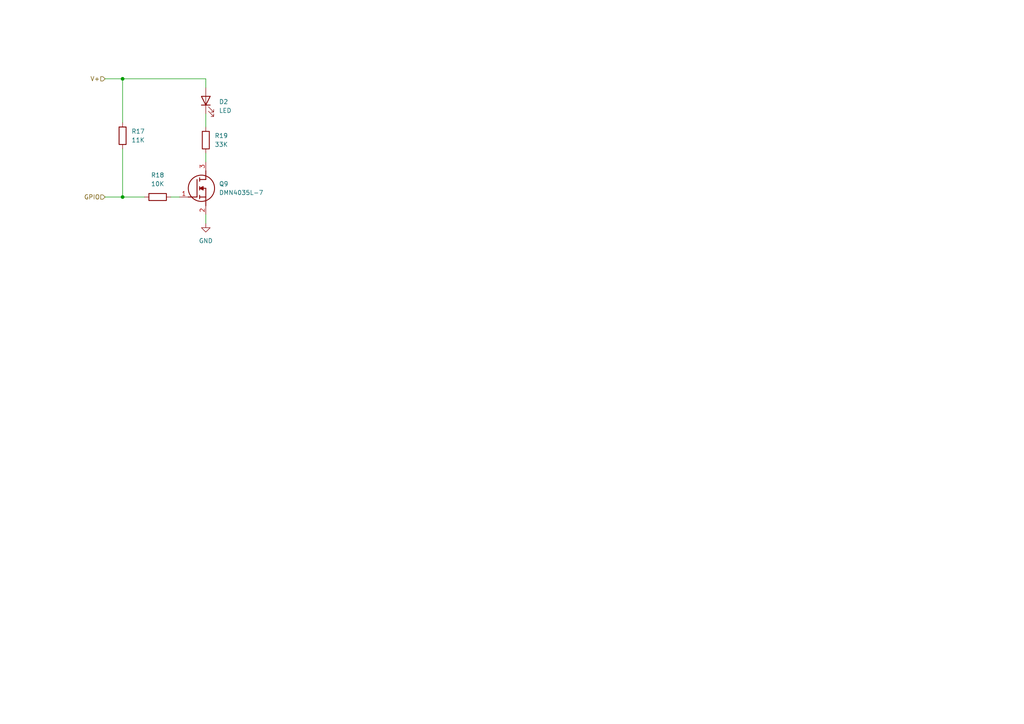
<source format=kicad_sch>
(kicad_sch (version 20230121) (generator eeschema)
  (paper "A4")
  (title_block (title "ESPHome All in One Dev kit"))
  (lib_symbols
    (symbol "ComponentSearch:DMN4035L-7" (pin_names hide)
      (property "Reference" "Q" (at 11.43 3.81 0))
      (property "Value" "DMN4035L-7" (at 11.43 1.27 0))
      (symbol "DMN4035L-7_1_1"
        (polyline (pts (xy 2.54 0) (xy 5.08 0)) (stroke (width 0.254)))
        (polyline (pts (xy 5.08 5.08) (xy 5.08 0)) (stroke (width 0.254)))
        (polyline (pts (xy 5.842 -0.508) (xy 5.842 0.508)) (stroke (width 0.254)))
        (polyline (pts (xy 5.842 0) (xy 7.62 0)) (stroke (width 0.254)))
        (polyline (pts (xy 5.842 2.032) (xy 5.842 3.048)) (stroke (width 0.254)))
        (polyline (pts (xy 5.842 5.588) (xy 5.842 4.572)) (stroke (width 0.254)))
        (polyline (pts (xy 7.62 2.54) (xy 5.842 2.54)) (stroke (width 0.254)))
        (polyline (pts (xy 7.62 2.54) (xy 7.62 -2.54)) (stroke (width 0.254)))
        (polyline (pts (xy 7.62 5.08) (xy 5.842 5.08)) (stroke (width 0.254)))
        (polyline (pts (xy 7.62 5.08) (xy 7.62 7.62)) (stroke (width 0.254)))
        (polyline (pts (xy 5.842 2.54) (xy 6.858 3.048) (xy 6.858 2.032) (xy 5.842 2.54)) (stroke (width 0.254)) (fill (type outline)))
        (circle (center 6.35 2.54) (radius 3.81) (stroke (width 0.254)))
        (pin passive line (at 0 0 0) (length 2.54) (name "G") (number "1"))
        (pin passive line (at 7.62 -5.08 90) (length 2.54) (name "S") (number "2"))
        (pin passive line (at 7.62 10.16 270) (length 2.54) (name "D") (number "3"))
      )
    )
    (symbol "Device:LED" (pin_numbers hide) (pin_names (offset 1.016) hide)
      (property "Reference" "D" (at 0 2.54 0))
      (property "Value" "LED" (at 0 -2.54 0))
      (symbol "LED_0_1"
        (polyline (pts (xy -1.27 -1.27) (xy -1.27 1.27)) (stroke (width 0.254)))
        (polyline (pts (xy -1.27 0) (xy 1.27 0)))
        (polyline (pts (xy 1.27 -1.27) (xy 1.27 1.27) (xy -1.27 0) (xy 1.27 -1.27)) (stroke (width 0.254)))
        (polyline (pts (xy -3.048 -0.762) (xy -4.572 -2.286) (xy -3.81 -2.286) (xy -4.572 -2.286) (xy -4.572 -1.524)))
        (polyline (pts (xy -1.778 -0.762) (xy -3.302 -2.286) (xy -2.54 -2.286) (xy -3.302 -2.286) (xy -3.302 -1.524)))
      )
      (symbol "LED_1_1"
        (pin passive line (at -3.81 0 0) (length 2.54) (name "K") (number "1"))
        (pin passive line (at 3.81 0 180) (length 2.54) (name "A") (number "2"))
      )
    )
    (symbol "Device:R" (pin_numbers hide) (pin_names (offset 0))
      (property "Reference" "R" (at 2.032 0 90))
      (property "Value" "R" (at 0 0 90))
      (symbol "R_0_1"
        (rectangle (start -1.016 -2.54) (end 1.016 2.54) (stroke (width 0.254)))
      )
      (symbol "R_1_1"
        (pin passive line (at 0 3.81 270) (length 1.27) (name "~") (number "1"))
        (pin passive line (at 0 -3.81 90) (length 1.27) (name "~") (number "2"))
      )
    )
    (symbol "power:GND" (power) (pin_names (offset 0))
      (property "Value" "GND" (at 0 -3.81 0))
      (symbol "GND_0_1"
        (polyline (pts (xy 0 0) (xy 0 -1.27) (xy 1.27 -1.27) (xy 0 -2.54) (xy -1.27 -1.27) (xy 0 -1.27)))
      )
      (symbol "GND_1_1"
        (pin power_in line (at 0 0 270) (length 0) hide (name "GND") (number "1"))
      )
    )
  )
  (junction (at 35.56 57.15))
  (junction (at 35.56 22.86))
  (wire (pts (xy 35.56 43.18) (xy 35.56 57.15)))
  (wire (pts (xy 35.56 22.86) (xy 35.56 35.56)))
  (wire (pts (xy 35.56 22.86) (xy 59.69 22.86)))
  (wire (pts (xy 30.48 22.86) (xy 35.56 22.86)))
  (wire (pts (xy 59.69 25.4) (xy 59.69 22.86)))
  (wire (pts (xy 59.69 44.45) (xy 59.69 46.99)))
  (wire (pts (xy 59.69 62.23) (xy 59.69 64.77)))
  (wire (pts (xy 49.53 57.15) (xy 52.07 57.15)))
  (wire (pts (xy 59.69 33.02) (xy 59.69 36.83)))
  (wire (pts (xy 35.56 57.15) (xy 41.91 57.15)))
  (wire (pts (xy 30.48 57.15) (xy 35.56 57.15)))
  (hierarchical_label "GPIO" (shape input) (at 30.48 57.15 180))
  (hierarchical_label "V+" (shape input) (at 30.48 22.86 180))
  (symbol (lib_id "Device:R") (at 35.56 39.37 0) (unit 1)
    (property "Reference" "R17" (at 38.1 38.1 0) (effects (justify left)))
    (property "Value" "11K" (at 38.1 40.64 0) (effects (justify left)))
    (property "Footprint" "Resistor_SMD:R_0805_2012Metric" (effects hide))
    (instances (project "ESPHome AIO" (path "" (reference "R17") (unit 1)) (path "" (reference "R20") (unit 1)) (path "" (reference "R29") (unit 1))))
  )
  (symbol (lib_id "Device:LED") (at 59.69 29.21 90) (unit 1)
    (property "Reference" "D2" (at 63.5 29.5275 90) (effects (justify right)))
    (property "Value" "LED" (at 63.5 32.0675 90) (effects (justify right)))
    (property "Footprint" "LED_SMD:LED_0805_2012Metric" (effects hide))
    (instances (project "ESPHome AIO" (path "" (reference "D2") (unit 1)) (path "" (reference "D3") (unit 1)) (path "" (reference "D6") (unit 1))))
  )
  (symbol (lib_id "Device:R") (at 59.69 40.64 0) (unit 1)
    (property "Reference" "R19" (at 62.23 39.37 0) (effects (justify left)))
    (property "Value" "33K" (at 62.23 41.91 0) (effects (justify left)))
    (property "Footprint" "Resistor_SMD:R_0805_2012Metric" (effects hide))
    (instances (project "ESPHome AIO" (path "" (reference "R19") (unit 1)) (path "" (reference "R22") (unit 1)) (path "" (reference "R31") (unit 1))))
  )
  (symbol (lib_id "power:GND") (at 59.69 64.77 0) (unit 1)
    (property "Reference" "#PWR064" (effects hide))
    (property "Value" "GND" (at 59.69 69.85 0))
    (instances (project "ESPHome AIO" (path "" (reference "#PWR064") (unit 1)) (path "" (reference "#PWR065") (unit 1)) (path "" (reference "#PWR068") (unit 1))))
  )
  (symbol (lib_id "ComponentSearch:DMN4035L-7") (at 52.07 57.15 0) (unit 1)
    (property "Reference" "Q9" (at 63.5 53.34 0) (effects (justify left)))
    (property "Value" "DMN4035L-7" (at 63.5 55.88 0) (effects (justify left)))
    (property "Footprint" "ComponentSearch:SOT96P240X110-3N" (effects hide))
    (property "Datasheet" "https://www.diodes.com/assets/Datasheets/DMN2310U.pdf" (effects hide))
    (property "Height" "1.1" (effects hide))
    (property "Manufacturer_Name" "Diodes Incorporated" (effects hide))
    (property "Manufacturer_Part_Number" "DMN4035L-7" (effects hide))
    (property "Mouser Part Number" "621-DMN4035L-7" (effects hide))
    (property "Mouser Price/Stock" "https://www.mouser.co.uk/ProductDetail/Diodes-Incorporated/DMN2310U-7?qs=xZ%2FP%252Ba9zWqY%252BAdKLxIytvQ%3D%3D" (effects hide))
    (instances (project "ESPHome AIO" (path "" (reference "Q9") (unit 1)) (path "" (reference "Q10") (unit 1)) (path "" (reference "Q13") (unit 1))))
  )
  (symbol (lib_id "Device:R") (at 45.72 57.15 90) (unit 1)
    (property "Reference" "R18" (at 45.72 50.8 90))
    (property "Value" "10K" (at 45.72 53.34 90))
    (property "Footprint" "Resistor_SMD:R_0805_2012Metric" (effects hide))
    (instances (project "ESPHome AIO" (path "" (reference "R18") (unit 1)) (path "" (reference "R21") (unit 1)) (path "" (reference "R30") (unit 1))))
  )
)
</source>
